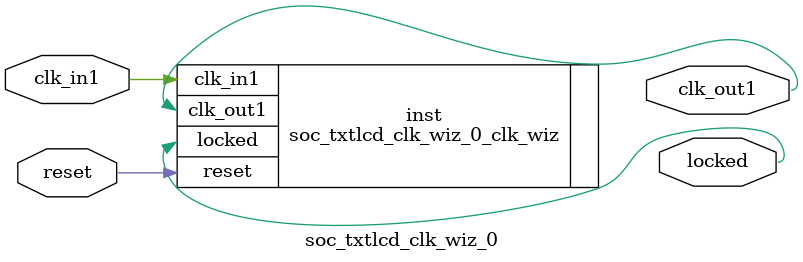
<source format=v>


`timescale 1ps/1ps

(* CORE_GENERATION_INFO = "soc_txtlcd_clk_wiz_0,clk_wiz_v6_0_15_0_0,{component_name=soc_txtlcd_clk_wiz_0,use_phase_alignment=true,use_min_o_jitter=false,use_max_i_jitter=false,use_dyn_phase_shift=false,use_inclk_switchover=false,use_dyn_reconfig=false,enable_axi=0,feedback_source=FDBK_AUTO,PRIMITIVE=MMCM,num_out_clk=1,clkin1_period=10.000,clkin2_period=10.000,use_power_down=false,use_reset=true,use_locked=true,use_inclk_stopped=false,feedback_type=SINGLE,CLOCK_MGR_TYPE=NA,manual_override=false}" *)

module soc_txtlcd_clk_wiz_0 
 (
  // Clock out ports
  output        clk_out1,
  // Status and control signals
  input         reset,
  output        locked,
 // Clock in ports
  input         clk_in1
 );

  soc_txtlcd_clk_wiz_0_clk_wiz inst
  (
  // Clock out ports  
  .clk_out1(clk_out1),
  // Status and control signals               
  .reset(reset), 
  .locked(locked),
 // Clock in ports
  .clk_in1(clk_in1)
  );

endmodule

</source>
